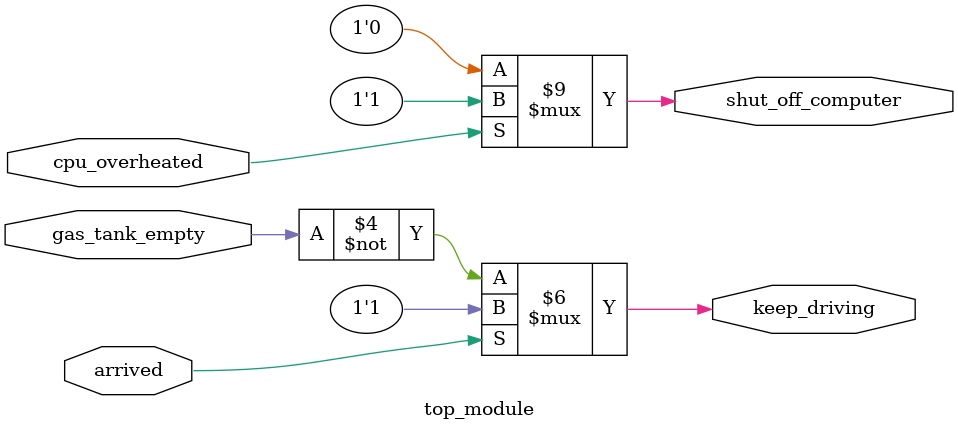
<source format=sv>
module top_module (
    input cpu_overheated,
    output reg shut_off_computer,
    input arrived,
    input gas_tank_empty,
    output reg keep_driving
);

    always @(*) begin
        if (cpu_overheated)
            shut_off_computer = 1;
        else
            shut_off_computer = 0;
    end

    always @(*) begin
        if (~arrived)
            keep_driving = ~gas_tank_empty;
        else
            keep_driving = 1;
    end

endmodule

</source>
